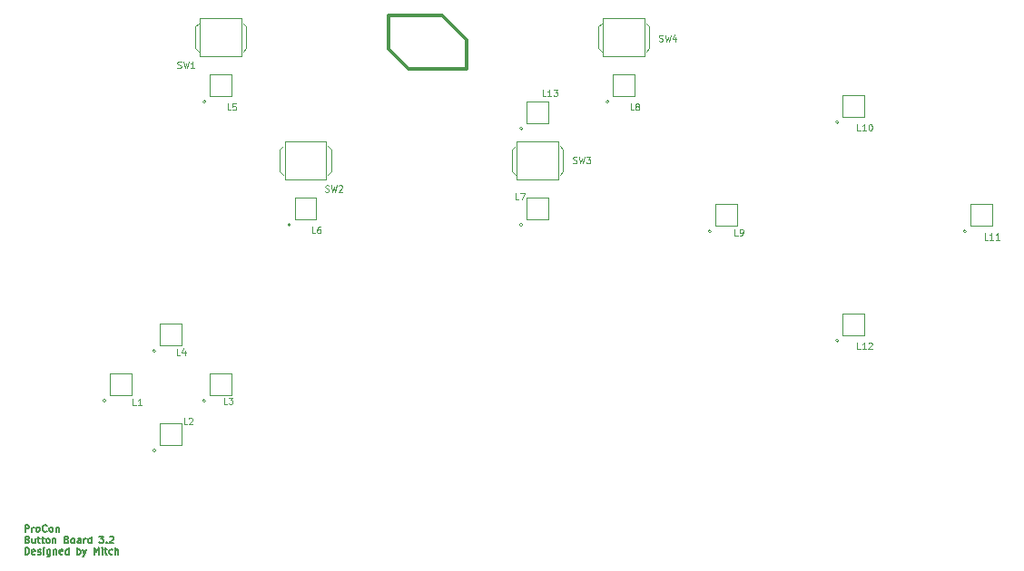
<source format=gbr>
G04 #@! TF.GenerationSoftware,KiCad,Pcbnew,8.0.2*
G04 #@! TF.CreationDate,2024-09-01T00:41:49-07:00*
G04 #@! TF.ProjectId,procon_button_board,70726f63-6f6e-45f6-9275-74746f6e5f62,rev?*
G04 #@! TF.SameCoordinates,Original*
G04 #@! TF.FileFunction,Legend,Top*
G04 #@! TF.FilePolarity,Positive*
%FSLAX46Y46*%
G04 Gerber Fmt 4.6, Leading zero omitted, Abs format (unit mm)*
G04 Created by KiCad (PCBNEW 8.0.2) date 2024-09-01 00:41:49*
%MOMM*%
%LPD*%
G01*
G04 APERTURE LIST*
%ADD10C,0.150000*%
%ADD11C,0.100000*%
%ADD12C,0.120000*%
%ADD13C,0.350000*%
G04 APERTURE END LIST*
D10*
X105917445Y-164189724D02*
X105917445Y-163539724D01*
X105917445Y-163539724D02*
X106165064Y-163539724D01*
X106165064Y-163539724D02*
X106226969Y-163570676D01*
X106226969Y-163570676D02*
X106257922Y-163601629D01*
X106257922Y-163601629D02*
X106288874Y-163663533D01*
X106288874Y-163663533D02*
X106288874Y-163756391D01*
X106288874Y-163756391D02*
X106257922Y-163818295D01*
X106257922Y-163818295D02*
X106226969Y-163849248D01*
X106226969Y-163849248D02*
X106165064Y-163880200D01*
X106165064Y-163880200D02*
X105917445Y-163880200D01*
X106567445Y-164189724D02*
X106567445Y-163756391D01*
X106567445Y-163880200D02*
X106598398Y-163818295D01*
X106598398Y-163818295D02*
X106629350Y-163787343D01*
X106629350Y-163787343D02*
X106691255Y-163756391D01*
X106691255Y-163756391D02*
X106753160Y-163756391D01*
X107062684Y-164189724D02*
X107000779Y-164158772D01*
X107000779Y-164158772D02*
X106969826Y-164127819D01*
X106969826Y-164127819D02*
X106938874Y-164065914D01*
X106938874Y-164065914D02*
X106938874Y-163880200D01*
X106938874Y-163880200D02*
X106969826Y-163818295D01*
X106969826Y-163818295D02*
X107000779Y-163787343D01*
X107000779Y-163787343D02*
X107062684Y-163756391D01*
X107062684Y-163756391D02*
X107155541Y-163756391D01*
X107155541Y-163756391D02*
X107217445Y-163787343D01*
X107217445Y-163787343D02*
X107248398Y-163818295D01*
X107248398Y-163818295D02*
X107279350Y-163880200D01*
X107279350Y-163880200D02*
X107279350Y-164065914D01*
X107279350Y-164065914D02*
X107248398Y-164127819D01*
X107248398Y-164127819D02*
X107217445Y-164158772D01*
X107217445Y-164158772D02*
X107155541Y-164189724D01*
X107155541Y-164189724D02*
X107062684Y-164189724D01*
X107929350Y-164127819D02*
X107898398Y-164158772D01*
X107898398Y-164158772D02*
X107805540Y-164189724D01*
X107805540Y-164189724D02*
X107743636Y-164189724D01*
X107743636Y-164189724D02*
X107650779Y-164158772D01*
X107650779Y-164158772D02*
X107588874Y-164096867D01*
X107588874Y-164096867D02*
X107557921Y-164034962D01*
X107557921Y-164034962D02*
X107526969Y-163911152D01*
X107526969Y-163911152D02*
X107526969Y-163818295D01*
X107526969Y-163818295D02*
X107557921Y-163694486D01*
X107557921Y-163694486D02*
X107588874Y-163632581D01*
X107588874Y-163632581D02*
X107650779Y-163570676D01*
X107650779Y-163570676D02*
X107743636Y-163539724D01*
X107743636Y-163539724D02*
X107805540Y-163539724D01*
X107805540Y-163539724D02*
X107898398Y-163570676D01*
X107898398Y-163570676D02*
X107929350Y-163601629D01*
X108300779Y-164189724D02*
X108238874Y-164158772D01*
X108238874Y-164158772D02*
X108207921Y-164127819D01*
X108207921Y-164127819D02*
X108176969Y-164065914D01*
X108176969Y-164065914D02*
X108176969Y-163880200D01*
X108176969Y-163880200D02*
X108207921Y-163818295D01*
X108207921Y-163818295D02*
X108238874Y-163787343D01*
X108238874Y-163787343D02*
X108300779Y-163756391D01*
X108300779Y-163756391D02*
X108393636Y-163756391D01*
X108393636Y-163756391D02*
X108455540Y-163787343D01*
X108455540Y-163787343D02*
X108486493Y-163818295D01*
X108486493Y-163818295D02*
X108517445Y-163880200D01*
X108517445Y-163880200D02*
X108517445Y-164065914D01*
X108517445Y-164065914D02*
X108486493Y-164127819D01*
X108486493Y-164127819D02*
X108455540Y-164158772D01*
X108455540Y-164158772D02*
X108393636Y-164189724D01*
X108393636Y-164189724D02*
X108300779Y-164189724D01*
X108796016Y-163756391D02*
X108796016Y-164189724D01*
X108796016Y-163818295D02*
X108826969Y-163787343D01*
X108826969Y-163787343D02*
X108888874Y-163756391D01*
X108888874Y-163756391D02*
X108981731Y-163756391D01*
X108981731Y-163756391D02*
X109043635Y-163787343D01*
X109043635Y-163787343D02*
X109074588Y-163849248D01*
X109074588Y-163849248D02*
X109074588Y-164189724D01*
X106134112Y-164895712D02*
X106226969Y-164926664D01*
X106226969Y-164926664D02*
X106257922Y-164957616D01*
X106257922Y-164957616D02*
X106288874Y-165019521D01*
X106288874Y-165019521D02*
X106288874Y-165112378D01*
X106288874Y-165112378D02*
X106257922Y-165174283D01*
X106257922Y-165174283D02*
X106226969Y-165205236D01*
X106226969Y-165205236D02*
X106165064Y-165236188D01*
X106165064Y-165236188D02*
X105917445Y-165236188D01*
X105917445Y-165236188D02*
X105917445Y-164586188D01*
X105917445Y-164586188D02*
X106134112Y-164586188D01*
X106134112Y-164586188D02*
X106196017Y-164617140D01*
X106196017Y-164617140D02*
X106226969Y-164648093D01*
X106226969Y-164648093D02*
X106257922Y-164709997D01*
X106257922Y-164709997D02*
X106257922Y-164771902D01*
X106257922Y-164771902D02*
X106226969Y-164833807D01*
X106226969Y-164833807D02*
X106196017Y-164864759D01*
X106196017Y-164864759D02*
X106134112Y-164895712D01*
X106134112Y-164895712D02*
X105917445Y-164895712D01*
X106846017Y-164802855D02*
X106846017Y-165236188D01*
X106567445Y-164802855D02*
X106567445Y-165143331D01*
X106567445Y-165143331D02*
X106598398Y-165205236D01*
X106598398Y-165205236D02*
X106660303Y-165236188D01*
X106660303Y-165236188D02*
X106753160Y-165236188D01*
X106753160Y-165236188D02*
X106815064Y-165205236D01*
X106815064Y-165205236D02*
X106846017Y-165174283D01*
X107062683Y-164802855D02*
X107310302Y-164802855D01*
X107155540Y-164586188D02*
X107155540Y-165143331D01*
X107155540Y-165143331D02*
X107186493Y-165205236D01*
X107186493Y-165205236D02*
X107248398Y-165236188D01*
X107248398Y-165236188D02*
X107310302Y-165236188D01*
X107434112Y-164802855D02*
X107681731Y-164802855D01*
X107526969Y-164586188D02*
X107526969Y-165143331D01*
X107526969Y-165143331D02*
X107557922Y-165205236D01*
X107557922Y-165205236D02*
X107619827Y-165236188D01*
X107619827Y-165236188D02*
X107681731Y-165236188D01*
X107991256Y-165236188D02*
X107929351Y-165205236D01*
X107929351Y-165205236D02*
X107898398Y-165174283D01*
X107898398Y-165174283D02*
X107867446Y-165112378D01*
X107867446Y-165112378D02*
X107867446Y-164926664D01*
X107867446Y-164926664D02*
X107898398Y-164864759D01*
X107898398Y-164864759D02*
X107929351Y-164833807D01*
X107929351Y-164833807D02*
X107991256Y-164802855D01*
X107991256Y-164802855D02*
X108084113Y-164802855D01*
X108084113Y-164802855D02*
X108146017Y-164833807D01*
X108146017Y-164833807D02*
X108176970Y-164864759D01*
X108176970Y-164864759D02*
X108207922Y-164926664D01*
X108207922Y-164926664D02*
X108207922Y-165112378D01*
X108207922Y-165112378D02*
X108176970Y-165174283D01*
X108176970Y-165174283D02*
X108146017Y-165205236D01*
X108146017Y-165205236D02*
X108084113Y-165236188D01*
X108084113Y-165236188D02*
X107991256Y-165236188D01*
X108486493Y-164802855D02*
X108486493Y-165236188D01*
X108486493Y-164864759D02*
X108517446Y-164833807D01*
X108517446Y-164833807D02*
X108579351Y-164802855D01*
X108579351Y-164802855D02*
X108672208Y-164802855D01*
X108672208Y-164802855D02*
X108734112Y-164833807D01*
X108734112Y-164833807D02*
X108765065Y-164895712D01*
X108765065Y-164895712D02*
X108765065Y-165236188D01*
X109786493Y-164895712D02*
X109879350Y-164926664D01*
X109879350Y-164926664D02*
X109910303Y-164957616D01*
X109910303Y-164957616D02*
X109941255Y-165019521D01*
X109941255Y-165019521D02*
X109941255Y-165112378D01*
X109941255Y-165112378D02*
X109910303Y-165174283D01*
X109910303Y-165174283D02*
X109879350Y-165205236D01*
X109879350Y-165205236D02*
X109817445Y-165236188D01*
X109817445Y-165236188D02*
X109569826Y-165236188D01*
X109569826Y-165236188D02*
X109569826Y-164586188D01*
X109569826Y-164586188D02*
X109786493Y-164586188D01*
X109786493Y-164586188D02*
X109848398Y-164617140D01*
X109848398Y-164617140D02*
X109879350Y-164648093D01*
X109879350Y-164648093D02*
X109910303Y-164709997D01*
X109910303Y-164709997D02*
X109910303Y-164771902D01*
X109910303Y-164771902D02*
X109879350Y-164833807D01*
X109879350Y-164833807D02*
X109848398Y-164864759D01*
X109848398Y-164864759D02*
X109786493Y-164895712D01*
X109786493Y-164895712D02*
X109569826Y-164895712D01*
X110312684Y-165236188D02*
X110250779Y-165205236D01*
X110250779Y-165205236D02*
X110219826Y-165174283D01*
X110219826Y-165174283D02*
X110188874Y-165112378D01*
X110188874Y-165112378D02*
X110188874Y-164926664D01*
X110188874Y-164926664D02*
X110219826Y-164864759D01*
X110219826Y-164864759D02*
X110250779Y-164833807D01*
X110250779Y-164833807D02*
X110312684Y-164802855D01*
X110312684Y-164802855D02*
X110405541Y-164802855D01*
X110405541Y-164802855D02*
X110467445Y-164833807D01*
X110467445Y-164833807D02*
X110498398Y-164864759D01*
X110498398Y-164864759D02*
X110529350Y-164926664D01*
X110529350Y-164926664D02*
X110529350Y-165112378D01*
X110529350Y-165112378D02*
X110498398Y-165174283D01*
X110498398Y-165174283D02*
X110467445Y-165205236D01*
X110467445Y-165205236D02*
X110405541Y-165236188D01*
X110405541Y-165236188D02*
X110312684Y-165236188D01*
X111086493Y-165236188D02*
X111086493Y-164895712D01*
X111086493Y-164895712D02*
X111055540Y-164833807D01*
X111055540Y-164833807D02*
X110993636Y-164802855D01*
X110993636Y-164802855D02*
X110869826Y-164802855D01*
X110869826Y-164802855D02*
X110807921Y-164833807D01*
X111086493Y-165205236D02*
X111024588Y-165236188D01*
X111024588Y-165236188D02*
X110869826Y-165236188D01*
X110869826Y-165236188D02*
X110807921Y-165205236D01*
X110807921Y-165205236D02*
X110776969Y-165143331D01*
X110776969Y-165143331D02*
X110776969Y-165081426D01*
X110776969Y-165081426D02*
X110807921Y-165019521D01*
X110807921Y-165019521D02*
X110869826Y-164988569D01*
X110869826Y-164988569D02*
X111024588Y-164988569D01*
X111024588Y-164988569D02*
X111086493Y-164957616D01*
X111396016Y-165236188D02*
X111396016Y-164802855D01*
X111396016Y-164926664D02*
X111426969Y-164864759D01*
X111426969Y-164864759D02*
X111457921Y-164833807D01*
X111457921Y-164833807D02*
X111519826Y-164802855D01*
X111519826Y-164802855D02*
X111581731Y-164802855D01*
X112076969Y-165236188D02*
X112076969Y-164586188D01*
X112076969Y-165205236D02*
X112015064Y-165236188D01*
X112015064Y-165236188D02*
X111891255Y-165236188D01*
X111891255Y-165236188D02*
X111829350Y-165205236D01*
X111829350Y-165205236D02*
X111798397Y-165174283D01*
X111798397Y-165174283D02*
X111767445Y-165112378D01*
X111767445Y-165112378D02*
X111767445Y-164926664D01*
X111767445Y-164926664D02*
X111798397Y-164864759D01*
X111798397Y-164864759D02*
X111829350Y-164833807D01*
X111829350Y-164833807D02*
X111891255Y-164802855D01*
X111891255Y-164802855D02*
X112015064Y-164802855D01*
X112015064Y-164802855D02*
X112076969Y-164833807D01*
X112819826Y-164586188D02*
X113222207Y-164586188D01*
X113222207Y-164586188D02*
X113005540Y-164833807D01*
X113005540Y-164833807D02*
X113098397Y-164833807D01*
X113098397Y-164833807D02*
X113160302Y-164864759D01*
X113160302Y-164864759D02*
X113191254Y-164895712D01*
X113191254Y-164895712D02*
X113222207Y-164957616D01*
X113222207Y-164957616D02*
X113222207Y-165112378D01*
X113222207Y-165112378D02*
X113191254Y-165174283D01*
X113191254Y-165174283D02*
X113160302Y-165205236D01*
X113160302Y-165205236D02*
X113098397Y-165236188D01*
X113098397Y-165236188D02*
X112912683Y-165236188D01*
X112912683Y-165236188D02*
X112850778Y-165205236D01*
X112850778Y-165205236D02*
X112819826Y-165174283D01*
X113500778Y-165174283D02*
X113531731Y-165205236D01*
X113531731Y-165205236D02*
X113500778Y-165236188D01*
X113500778Y-165236188D02*
X113469826Y-165205236D01*
X113469826Y-165205236D02*
X113500778Y-165174283D01*
X113500778Y-165174283D02*
X113500778Y-165236188D01*
X113779350Y-164648093D02*
X113810302Y-164617140D01*
X113810302Y-164617140D02*
X113872207Y-164586188D01*
X113872207Y-164586188D02*
X114026969Y-164586188D01*
X114026969Y-164586188D02*
X114088874Y-164617140D01*
X114088874Y-164617140D02*
X114119826Y-164648093D01*
X114119826Y-164648093D02*
X114150779Y-164709997D01*
X114150779Y-164709997D02*
X114150779Y-164771902D01*
X114150779Y-164771902D02*
X114119826Y-164864759D01*
X114119826Y-164864759D02*
X113748398Y-165236188D01*
X113748398Y-165236188D02*
X114150779Y-165236188D01*
X105917445Y-166282652D02*
X105917445Y-165632652D01*
X105917445Y-165632652D02*
X106072207Y-165632652D01*
X106072207Y-165632652D02*
X106165064Y-165663604D01*
X106165064Y-165663604D02*
X106226969Y-165725509D01*
X106226969Y-165725509D02*
X106257922Y-165787414D01*
X106257922Y-165787414D02*
X106288874Y-165911223D01*
X106288874Y-165911223D02*
X106288874Y-166004080D01*
X106288874Y-166004080D02*
X106257922Y-166127890D01*
X106257922Y-166127890D02*
X106226969Y-166189795D01*
X106226969Y-166189795D02*
X106165064Y-166251700D01*
X106165064Y-166251700D02*
X106072207Y-166282652D01*
X106072207Y-166282652D02*
X105917445Y-166282652D01*
X106815064Y-166251700D02*
X106753160Y-166282652D01*
X106753160Y-166282652D02*
X106629350Y-166282652D01*
X106629350Y-166282652D02*
X106567445Y-166251700D01*
X106567445Y-166251700D02*
X106536493Y-166189795D01*
X106536493Y-166189795D02*
X106536493Y-165942176D01*
X106536493Y-165942176D02*
X106567445Y-165880271D01*
X106567445Y-165880271D02*
X106629350Y-165849319D01*
X106629350Y-165849319D02*
X106753160Y-165849319D01*
X106753160Y-165849319D02*
X106815064Y-165880271D01*
X106815064Y-165880271D02*
X106846017Y-165942176D01*
X106846017Y-165942176D02*
X106846017Y-166004080D01*
X106846017Y-166004080D02*
X106536493Y-166065985D01*
X107093636Y-166251700D02*
X107155541Y-166282652D01*
X107155541Y-166282652D02*
X107279350Y-166282652D01*
X107279350Y-166282652D02*
X107341255Y-166251700D01*
X107341255Y-166251700D02*
X107372207Y-166189795D01*
X107372207Y-166189795D02*
X107372207Y-166158842D01*
X107372207Y-166158842D02*
X107341255Y-166096938D01*
X107341255Y-166096938D02*
X107279350Y-166065985D01*
X107279350Y-166065985D02*
X107186493Y-166065985D01*
X107186493Y-166065985D02*
X107124588Y-166035033D01*
X107124588Y-166035033D02*
X107093636Y-165973128D01*
X107093636Y-165973128D02*
X107093636Y-165942176D01*
X107093636Y-165942176D02*
X107124588Y-165880271D01*
X107124588Y-165880271D02*
X107186493Y-165849319D01*
X107186493Y-165849319D02*
X107279350Y-165849319D01*
X107279350Y-165849319D02*
X107341255Y-165880271D01*
X107650778Y-166282652D02*
X107650778Y-165849319D01*
X107650778Y-165632652D02*
X107619826Y-165663604D01*
X107619826Y-165663604D02*
X107650778Y-165694557D01*
X107650778Y-165694557D02*
X107681731Y-165663604D01*
X107681731Y-165663604D02*
X107650778Y-165632652D01*
X107650778Y-165632652D02*
X107650778Y-165694557D01*
X108238874Y-165849319D02*
X108238874Y-166375509D01*
X108238874Y-166375509D02*
X108207921Y-166437414D01*
X108207921Y-166437414D02*
X108176969Y-166468366D01*
X108176969Y-166468366D02*
X108115064Y-166499319D01*
X108115064Y-166499319D02*
X108022207Y-166499319D01*
X108022207Y-166499319D02*
X107960302Y-166468366D01*
X108238874Y-166251700D02*
X108176969Y-166282652D01*
X108176969Y-166282652D02*
X108053160Y-166282652D01*
X108053160Y-166282652D02*
X107991255Y-166251700D01*
X107991255Y-166251700D02*
X107960302Y-166220747D01*
X107960302Y-166220747D02*
X107929350Y-166158842D01*
X107929350Y-166158842D02*
X107929350Y-165973128D01*
X107929350Y-165973128D02*
X107960302Y-165911223D01*
X107960302Y-165911223D02*
X107991255Y-165880271D01*
X107991255Y-165880271D02*
X108053160Y-165849319D01*
X108053160Y-165849319D02*
X108176969Y-165849319D01*
X108176969Y-165849319D02*
X108238874Y-165880271D01*
X108548397Y-165849319D02*
X108548397Y-166282652D01*
X108548397Y-165911223D02*
X108579350Y-165880271D01*
X108579350Y-165880271D02*
X108641255Y-165849319D01*
X108641255Y-165849319D02*
X108734112Y-165849319D01*
X108734112Y-165849319D02*
X108796016Y-165880271D01*
X108796016Y-165880271D02*
X108826969Y-165942176D01*
X108826969Y-165942176D02*
X108826969Y-166282652D01*
X109384111Y-166251700D02*
X109322207Y-166282652D01*
X109322207Y-166282652D02*
X109198397Y-166282652D01*
X109198397Y-166282652D02*
X109136492Y-166251700D01*
X109136492Y-166251700D02*
X109105540Y-166189795D01*
X109105540Y-166189795D02*
X109105540Y-165942176D01*
X109105540Y-165942176D02*
X109136492Y-165880271D01*
X109136492Y-165880271D02*
X109198397Y-165849319D01*
X109198397Y-165849319D02*
X109322207Y-165849319D01*
X109322207Y-165849319D02*
X109384111Y-165880271D01*
X109384111Y-165880271D02*
X109415064Y-165942176D01*
X109415064Y-165942176D02*
X109415064Y-166004080D01*
X109415064Y-166004080D02*
X109105540Y-166065985D01*
X109972207Y-166282652D02*
X109972207Y-165632652D01*
X109972207Y-166251700D02*
X109910302Y-166282652D01*
X109910302Y-166282652D02*
X109786493Y-166282652D01*
X109786493Y-166282652D02*
X109724588Y-166251700D01*
X109724588Y-166251700D02*
X109693635Y-166220747D01*
X109693635Y-166220747D02*
X109662683Y-166158842D01*
X109662683Y-166158842D02*
X109662683Y-165973128D01*
X109662683Y-165973128D02*
X109693635Y-165911223D01*
X109693635Y-165911223D02*
X109724588Y-165880271D01*
X109724588Y-165880271D02*
X109786493Y-165849319D01*
X109786493Y-165849319D02*
X109910302Y-165849319D01*
X109910302Y-165849319D02*
X109972207Y-165880271D01*
X110776968Y-166282652D02*
X110776968Y-165632652D01*
X110776968Y-165880271D02*
X110838873Y-165849319D01*
X110838873Y-165849319D02*
X110962683Y-165849319D01*
X110962683Y-165849319D02*
X111024587Y-165880271D01*
X111024587Y-165880271D02*
X111055540Y-165911223D01*
X111055540Y-165911223D02*
X111086492Y-165973128D01*
X111086492Y-165973128D02*
X111086492Y-166158842D01*
X111086492Y-166158842D02*
X111055540Y-166220747D01*
X111055540Y-166220747D02*
X111024587Y-166251700D01*
X111024587Y-166251700D02*
X110962683Y-166282652D01*
X110962683Y-166282652D02*
X110838873Y-166282652D01*
X110838873Y-166282652D02*
X110776968Y-166251700D01*
X111303159Y-165849319D02*
X111457921Y-166282652D01*
X111612682Y-165849319D02*
X111457921Y-166282652D01*
X111457921Y-166282652D02*
X111396016Y-166437414D01*
X111396016Y-166437414D02*
X111365063Y-166468366D01*
X111365063Y-166468366D02*
X111303159Y-166499319D01*
X112355539Y-166282652D02*
X112355539Y-165632652D01*
X112355539Y-165632652D02*
X112572206Y-166096938D01*
X112572206Y-166096938D02*
X112788873Y-165632652D01*
X112788873Y-165632652D02*
X112788873Y-166282652D01*
X113098396Y-166282652D02*
X113098396Y-165849319D01*
X113098396Y-165632652D02*
X113067444Y-165663604D01*
X113067444Y-165663604D02*
X113098396Y-165694557D01*
X113098396Y-165694557D02*
X113129349Y-165663604D01*
X113129349Y-165663604D02*
X113098396Y-165632652D01*
X113098396Y-165632652D02*
X113098396Y-165694557D01*
X113315063Y-165849319D02*
X113562682Y-165849319D01*
X113407920Y-165632652D02*
X113407920Y-166189795D01*
X113407920Y-166189795D02*
X113438873Y-166251700D01*
X113438873Y-166251700D02*
X113500778Y-166282652D01*
X113500778Y-166282652D02*
X113562682Y-166282652D01*
X114057921Y-166251700D02*
X113996016Y-166282652D01*
X113996016Y-166282652D02*
X113872207Y-166282652D01*
X113872207Y-166282652D02*
X113810302Y-166251700D01*
X113810302Y-166251700D02*
X113779349Y-166220747D01*
X113779349Y-166220747D02*
X113748397Y-166158842D01*
X113748397Y-166158842D02*
X113748397Y-165973128D01*
X113748397Y-165973128D02*
X113779349Y-165911223D01*
X113779349Y-165911223D02*
X113810302Y-165880271D01*
X113810302Y-165880271D02*
X113872207Y-165849319D01*
X113872207Y-165849319D02*
X113996016Y-165849319D01*
X113996016Y-165849319D02*
X114057921Y-165880271D01*
X114336492Y-166282652D02*
X114336492Y-165632652D01*
X114615064Y-166282652D02*
X114615064Y-165942176D01*
X114615064Y-165942176D02*
X114584111Y-165880271D01*
X114584111Y-165880271D02*
X114522207Y-165849319D01*
X114522207Y-165849319D02*
X114429350Y-165849319D01*
X114429350Y-165849319D02*
X114367445Y-165880271D01*
X114367445Y-165880271D02*
X114336492Y-165911223D01*
D11*
X165043999Y-118337800D02*
X165129714Y-118366371D01*
X165129714Y-118366371D02*
X165272571Y-118366371D01*
X165272571Y-118366371D02*
X165329714Y-118337800D01*
X165329714Y-118337800D02*
X165358285Y-118309228D01*
X165358285Y-118309228D02*
X165386856Y-118252085D01*
X165386856Y-118252085D02*
X165386856Y-118194942D01*
X165386856Y-118194942D02*
X165358285Y-118137800D01*
X165358285Y-118137800D02*
X165329714Y-118109228D01*
X165329714Y-118109228D02*
X165272571Y-118080657D01*
X165272571Y-118080657D02*
X165158285Y-118052085D01*
X165158285Y-118052085D02*
X165101142Y-118023514D01*
X165101142Y-118023514D02*
X165072571Y-117994942D01*
X165072571Y-117994942D02*
X165043999Y-117937800D01*
X165043999Y-117937800D02*
X165043999Y-117880657D01*
X165043999Y-117880657D02*
X165072571Y-117823514D01*
X165072571Y-117823514D02*
X165101142Y-117794942D01*
X165101142Y-117794942D02*
X165158285Y-117766371D01*
X165158285Y-117766371D02*
X165301142Y-117766371D01*
X165301142Y-117766371D02*
X165386856Y-117794942D01*
X165586857Y-117766371D02*
X165729714Y-118366371D01*
X165729714Y-118366371D02*
X165844000Y-117937800D01*
X165844000Y-117937800D02*
X165958285Y-118366371D01*
X165958285Y-118366371D02*
X166101143Y-117766371D01*
X166586857Y-117966371D02*
X166586857Y-118366371D01*
X166443999Y-117737800D02*
X166301142Y-118166371D01*
X166301142Y-118166371D02*
X166672571Y-118166371D01*
X133893999Y-132387800D02*
X133979714Y-132416371D01*
X133979714Y-132416371D02*
X134122571Y-132416371D01*
X134122571Y-132416371D02*
X134179714Y-132387800D01*
X134179714Y-132387800D02*
X134208285Y-132359228D01*
X134208285Y-132359228D02*
X134236856Y-132302085D01*
X134236856Y-132302085D02*
X134236856Y-132244942D01*
X134236856Y-132244942D02*
X134208285Y-132187800D01*
X134208285Y-132187800D02*
X134179714Y-132159228D01*
X134179714Y-132159228D02*
X134122571Y-132130657D01*
X134122571Y-132130657D02*
X134008285Y-132102085D01*
X134008285Y-132102085D02*
X133951142Y-132073514D01*
X133951142Y-132073514D02*
X133922571Y-132044942D01*
X133922571Y-132044942D02*
X133893999Y-131987800D01*
X133893999Y-131987800D02*
X133893999Y-131930657D01*
X133893999Y-131930657D02*
X133922571Y-131873514D01*
X133922571Y-131873514D02*
X133951142Y-131844942D01*
X133951142Y-131844942D02*
X134008285Y-131816371D01*
X134008285Y-131816371D02*
X134151142Y-131816371D01*
X134151142Y-131816371D02*
X134236856Y-131844942D01*
X134436857Y-131816371D02*
X134579714Y-132416371D01*
X134579714Y-132416371D02*
X134694000Y-131987800D01*
X134694000Y-131987800D02*
X134808285Y-132416371D01*
X134808285Y-132416371D02*
X134951143Y-131816371D01*
X135151142Y-131873514D02*
X135179714Y-131844942D01*
X135179714Y-131844942D02*
X135236857Y-131816371D01*
X135236857Y-131816371D02*
X135379714Y-131816371D01*
X135379714Y-131816371D02*
X135436857Y-131844942D01*
X135436857Y-131844942D02*
X135465428Y-131873514D01*
X135465428Y-131873514D02*
X135493999Y-131930657D01*
X135493999Y-131930657D02*
X135493999Y-131987800D01*
X135493999Y-131987800D02*
X135465428Y-132073514D01*
X135465428Y-132073514D02*
X135122571Y-132416371D01*
X135122571Y-132416371D02*
X135493999Y-132416371D01*
X154478085Y-123487771D02*
X154192371Y-123487771D01*
X154192371Y-123487771D02*
X154192371Y-122887771D01*
X154992370Y-123487771D02*
X154649513Y-123487771D01*
X154820942Y-123487771D02*
X154820942Y-122887771D01*
X154820942Y-122887771D02*
X154763799Y-122973485D01*
X154763799Y-122973485D02*
X154706656Y-123030628D01*
X154706656Y-123030628D02*
X154649513Y-123059200D01*
X155192371Y-122887771D02*
X155563799Y-122887771D01*
X155563799Y-122887771D02*
X155363799Y-123116342D01*
X155363799Y-123116342D02*
X155449514Y-123116342D01*
X155449514Y-123116342D02*
X155506657Y-123144914D01*
X155506657Y-123144914D02*
X155535228Y-123173485D01*
X155535228Y-123173485D02*
X155563799Y-123230628D01*
X155563799Y-123230628D02*
X155563799Y-123373485D01*
X155563799Y-123373485D02*
X155535228Y-123430628D01*
X155535228Y-123430628D02*
X155506657Y-123459200D01*
X155506657Y-123459200D02*
X155449514Y-123487771D01*
X155449514Y-123487771D02*
X155278085Y-123487771D01*
X155278085Y-123487771D02*
X155220942Y-123459200D01*
X155220942Y-123459200D02*
X155192371Y-123430628D01*
X132964000Y-136290371D02*
X132678286Y-136290371D01*
X132678286Y-136290371D02*
X132678286Y-135690371D01*
X133421143Y-135690371D02*
X133306857Y-135690371D01*
X133306857Y-135690371D02*
X133249714Y-135718942D01*
X133249714Y-135718942D02*
X133221143Y-135747514D01*
X133221143Y-135747514D02*
X133164000Y-135833228D01*
X133164000Y-135833228D02*
X133135428Y-135947514D01*
X133135428Y-135947514D02*
X133135428Y-136176085D01*
X133135428Y-136176085D02*
X133164000Y-136233228D01*
X133164000Y-136233228D02*
X133192571Y-136261800D01*
X133192571Y-136261800D02*
X133249714Y-136290371D01*
X133249714Y-136290371D02*
X133364000Y-136290371D01*
X133364000Y-136290371D02*
X133421143Y-136261800D01*
X133421143Y-136261800D02*
X133449714Y-136233228D01*
X133449714Y-136233228D02*
X133478285Y-136176085D01*
X133478285Y-136176085D02*
X133478285Y-136033228D01*
X133478285Y-136033228D02*
X133449714Y-135976085D01*
X133449714Y-135976085D02*
X133421143Y-135947514D01*
X133421143Y-135947514D02*
X133364000Y-135918942D01*
X133364000Y-135918942D02*
X133249714Y-135918942D01*
X133249714Y-135918942D02*
X133192571Y-135947514D01*
X133192571Y-135947514D02*
X133164000Y-135976085D01*
X133164000Y-135976085D02*
X133135428Y-136033228D01*
X120118999Y-120837800D02*
X120204714Y-120866371D01*
X120204714Y-120866371D02*
X120347571Y-120866371D01*
X120347571Y-120866371D02*
X120404714Y-120837800D01*
X120404714Y-120837800D02*
X120433285Y-120809228D01*
X120433285Y-120809228D02*
X120461856Y-120752085D01*
X120461856Y-120752085D02*
X120461856Y-120694942D01*
X120461856Y-120694942D02*
X120433285Y-120637800D01*
X120433285Y-120637800D02*
X120404714Y-120609228D01*
X120404714Y-120609228D02*
X120347571Y-120580657D01*
X120347571Y-120580657D02*
X120233285Y-120552085D01*
X120233285Y-120552085D02*
X120176142Y-120523514D01*
X120176142Y-120523514D02*
X120147571Y-120494942D01*
X120147571Y-120494942D02*
X120118999Y-120437800D01*
X120118999Y-120437800D02*
X120118999Y-120380657D01*
X120118999Y-120380657D02*
X120147571Y-120323514D01*
X120147571Y-120323514D02*
X120176142Y-120294942D01*
X120176142Y-120294942D02*
X120233285Y-120266371D01*
X120233285Y-120266371D02*
X120376142Y-120266371D01*
X120376142Y-120266371D02*
X120461856Y-120294942D01*
X120661857Y-120266371D02*
X120804714Y-120866371D01*
X120804714Y-120866371D02*
X120919000Y-120437800D01*
X120919000Y-120437800D02*
X121033285Y-120866371D01*
X121033285Y-120866371D02*
X121176143Y-120266371D01*
X121718999Y-120866371D02*
X121376142Y-120866371D01*
X121547571Y-120866371D02*
X121547571Y-120266371D01*
X121547571Y-120266371D02*
X121490428Y-120352085D01*
X121490428Y-120352085D02*
X121433285Y-120409228D01*
X121433285Y-120409228D02*
X121376142Y-120437800D01*
X120346800Y-147668571D02*
X120061086Y-147668571D01*
X120061086Y-147668571D02*
X120061086Y-147068571D01*
X120803943Y-147268571D02*
X120803943Y-147668571D01*
X120661085Y-147040000D02*
X120518228Y-147468571D01*
X120518228Y-147468571D02*
X120889657Y-147468571D01*
X121007200Y-154145571D02*
X120721486Y-154145571D01*
X120721486Y-154145571D02*
X120721486Y-153545571D01*
X121178628Y-153602714D02*
X121207200Y-153574142D01*
X121207200Y-153574142D02*
X121264343Y-153545571D01*
X121264343Y-153545571D02*
X121407200Y-153545571D01*
X121407200Y-153545571D02*
X121464343Y-153574142D01*
X121464343Y-153574142D02*
X121492914Y-153602714D01*
X121492914Y-153602714D02*
X121521485Y-153659857D01*
X121521485Y-153659857D02*
X121521485Y-153717000D01*
X121521485Y-153717000D02*
X121492914Y-153802714D01*
X121492914Y-153802714D02*
X121150057Y-154145571D01*
X121150057Y-154145571D02*
X121521485Y-154145571D01*
X183808285Y-147100371D02*
X183522571Y-147100371D01*
X183522571Y-147100371D02*
X183522571Y-146500371D01*
X184322570Y-147100371D02*
X183979713Y-147100371D01*
X184151142Y-147100371D02*
X184151142Y-146500371D01*
X184151142Y-146500371D02*
X184093999Y-146586085D01*
X184093999Y-146586085D02*
X184036856Y-146643228D01*
X184036856Y-146643228D02*
X183979713Y-146671800D01*
X184551142Y-146557514D02*
X184579714Y-146528942D01*
X184579714Y-146528942D02*
X184636857Y-146500371D01*
X184636857Y-146500371D02*
X184779714Y-146500371D01*
X184779714Y-146500371D02*
X184836857Y-146528942D01*
X184836857Y-146528942D02*
X184865428Y-146557514D01*
X184865428Y-146557514D02*
X184893999Y-146614657D01*
X184893999Y-146614657D02*
X184893999Y-146671800D01*
X184893999Y-146671800D02*
X184865428Y-146757514D01*
X184865428Y-146757514D02*
X184522571Y-147100371D01*
X184522571Y-147100371D02*
X184893999Y-147100371D01*
X125064000Y-124790371D02*
X124778286Y-124790371D01*
X124778286Y-124790371D02*
X124778286Y-124190371D01*
X125549714Y-124190371D02*
X125264000Y-124190371D01*
X125264000Y-124190371D02*
X125235428Y-124476085D01*
X125235428Y-124476085D02*
X125264000Y-124447514D01*
X125264000Y-124447514D02*
X125321143Y-124418942D01*
X125321143Y-124418942D02*
X125464000Y-124418942D01*
X125464000Y-124418942D02*
X125521143Y-124447514D01*
X125521143Y-124447514D02*
X125549714Y-124476085D01*
X125549714Y-124476085D02*
X125578285Y-124533228D01*
X125578285Y-124533228D02*
X125578285Y-124676085D01*
X125578285Y-124676085D02*
X125549714Y-124733228D01*
X125549714Y-124733228D02*
X125521143Y-124761800D01*
X125521143Y-124761800D02*
X125464000Y-124790371D01*
X125464000Y-124790371D02*
X125321143Y-124790371D01*
X125321143Y-124790371D02*
X125264000Y-124761800D01*
X125264000Y-124761800D02*
X125235428Y-124733228D01*
X172374000Y-136496371D02*
X172088286Y-136496371D01*
X172088286Y-136496371D02*
X172088286Y-135896371D01*
X172602571Y-136496371D02*
X172716857Y-136496371D01*
X172716857Y-136496371D02*
X172774000Y-136467800D01*
X172774000Y-136467800D02*
X172802571Y-136439228D01*
X172802571Y-136439228D02*
X172859714Y-136353514D01*
X172859714Y-136353514D02*
X172888285Y-136239228D01*
X172888285Y-136239228D02*
X172888285Y-136010657D01*
X172888285Y-136010657D02*
X172859714Y-135953514D01*
X172859714Y-135953514D02*
X172831143Y-135924942D01*
X172831143Y-135924942D02*
X172774000Y-135896371D01*
X172774000Y-135896371D02*
X172659714Y-135896371D01*
X172659714Y-135896371D02*
X172602571Y-135924942D01*
X172602571Y-135924942D02*
X172574000Y-135953514D01*
X172574000Y-135953514D02*
X172545428Y-136010657D01*
X172545428Y-136010657D02*
X172545428Y-136153514D01*
X172545428Y-136153514D02*
X172574000Y-136210657D01*
X172574000Y-136210657D02*
X172602571Y-136239228D01*
X172602571Y-136239228D02*
X172659714Y-136267800D01*
X172659714Y-136267800D02*
X172774000Y-136267800D01*
X172774000Y-136267800D02*
X172831143Y-136239228D01*
X172831143Y-136239228D02*
X172859714Y-136210657D01*
X172859714Y-136210657D02*
X172888285Y-136153514D01*
X116232000Y-152367571D02*
X115946286Y-152367571D01*
X115946286Y-152367571D02*
X115946286Y-151767571D01*
X116746285Y-152367571D02*
X116403428Y-152367571D01*
X116574857Y-152367571D02*
X116574857Y-151767571D01*
X116574857Y-151767571D02*
X116517714Y-151853285D01*
X116517714Y-151853285D02*
X116460571Y-151910428D01*
X116460571Y-151910428D02*
X116403428Y-151939000D01*
X124766400Y-152240571D02*
X124480686Y-152240571D01*
X124480686Y-152240571D02*
X124480686Y-151640571D01*
X124909257Y-151640571D02*
X125280685Y-151640571D01*
X125280685Y-151640571D02*
X125080685Y-151869142D01*
X125080685Y-151869142D02*
X125166400Y-151869142D01*
X125166400Y-151869142D02*
X125223543Y-151897714D01*
X125223543Y-151897714D02*
X125252114Y-151926285D01*
X125252114Y-151926285D02*
X125280685Y-151983428D01*
X125280685Y-151983428D02*
X125280685Y-152126285D01*
X125280685Y-152126285D02*
X125252114Y-152183428D01*
X125252114Y-152183428D02*
X125223543Y-152212000D01*
X125223543Y-152212000D02*
X125166400Y-152240571D01*
X125166400Y-152240571D02*
X124994971Y-152240571D01*
X124994971Y-152240571D02*
X124937828Y-152212000D01*
X124937828Y-152212000D02*
X124909257Y-152183428D01*
X195708285Y-136900371D02*
X195422571Y-136900371D01*
X195422571Y-136900371D02*
X195422571Y-136300371D01*
X196222570Y-136900371D02*
X195879713Y-136900371D01*
X196051142Y-136900371D02*
X196051142Y-136300371D01*
X196051142Y-136300371D02*
X195993999Y-136386085D01*
X195993999Y-136386085D02*
X195936856Y-136443228D01*
X195936856Y-136443228D02*
X195879713Y-136471800D01*
X196793999Y-136900371D02*
X196451142Y-136900371D01*
X196622571Y-136900371D02*
X196622571Y-136300371D01*
X196622571Y-136300371D02*
X196565428Y-136386085D01*
X196565428Y-136386085D02*
X196508285Y-136443228D01*
X196508285Y-136443228D02*
X196451142Y-136471800D01*
X151944400Y-133114371D02*
X151658686Y-133114371D01*
X151658686Y-133114371D02*
X151658686Y-132514371D01*
X152087257Y-132514371D02*
X152487257Y-132514371D01*
X152487257Y-132514371D02*
X152230114Y-133114371D01*
X183808285Y-126700371D02*
X183522571Y-126700371D01*
X183522571Y-126700371D02*
X183522571Y-126100371D01*
X184322570Y-126700371D02*
X183979713Y-126700371D01*
X184151142Y-126700371D02*
X184151142Y-126100371D01*
X184151142Y-126100371D02*
X184093999Y-126186085D01*
X184093999Y-126186085D02*
X184036856Y-126243228D01*
X184036856Y-126243228D02*
X183979713Y-126271800D01*
X184693999Y-126100371D02*
X184751142Y-126100371D01*
X184751142Y-126100371D02*
X184808285Y-126128942D01*
X184808285Y-126128942D02*
X184836857Y-126157514D01*
X184836857Y-126157514D02*
X184865428Y-126214657D01*
X184865428Y-126214657D02*
X184893999Y-126328942D01*
X184893999Y-126328942D02*
X184893999Y-126471800D01*
X184893999Y-126471800D02*
X184865428Y-126586085D01*
X184865428Y-126586085D02*
X184836857Y-126643228D01*
X184836857Y-126643228D02*
X184808285Y-126671800D01*
X184808285Y-126671800D02*
X184751142Y-126700371D01*
X184751142Y-126700371D02*
X184693999Y-126700371D01*
X184693999Y-126700371D02*
X184636857Y-126671800D01*
X184636857Y-126671800D02*
X184608285Y-126643228D01*
X184608285Y-126643228D02*
X184579714Y-126586085D01*
X184579714Y-126586085D02*
X184551142Y-126471800D01*
X184551142Y-126471800D02*
X184551142Y-126328942D01*
X184551142Y-126328942D02*
X184579714Y-126214657D01*
X184579714Y-126214657D02*
X184608285Y-126157514D01*
X184608285Y-126157514D02*
X184636857Y-126128942D01*
X184636857Y-126128942D02*
X184693999Y-126100371D01*
X157018999Y-129712800D02*
X157104714Y-129741371D01*
X157104714Y-129741371D02*
X157247571Y-129741371D01*
X157247571Y-129741371D02*
X157304714Y-129712800D01*
X157304714Y-129712800D02*
X157333285Y-129684228D01*
X157333285Y-129684228D02*
X157361856Y-129627085D01*
X157361856Y-129627085D02*
X157361856Y-129569942D01*
X157361856Y-129569942D02*
X157333285Y-129512800D01*
X157333285Y-129512800D02*
X157304714Y-129484228D01*
X157304714Y-129484228D02*
X157247571Y-129455657D01*
X157247571Y-129455657D02*
X157133285Y-129427085D01*
X157133285Y-129427085D02*
X157076142Y-129398514D01*
X157076142Y-129398514D02*
X157047571Y-129369942D01*
X157047571Y-129369942D02*
X157018999Y-129312800D01*
X157018999Y-129312800D02*
X157018999Y-129255657D01*
X157018999Y-129255657D02*
X157047571Y-129198514D01*
X157047571Y-129198514D02*
X157076142Y-129169942D01*
X157076142Y-129169942D02*
X157133285Y-129141371D01*
X157133285Y-129141371D02*
X157276142Y-129141371D01*
X157276142Y-129141371D02*
X157361856Y-129169942D01*
X157561857Y-129141371D02*
X157704714Y-129741371D01*
X157704714Y-129741371D02*
X157819000Y-129312800D01*
X157819000Y-129312800D02*
X157933285Y-129741371D01*
X157933285Y-129741371D02*
X158076143Y-129141371D01*
X158247571Y-129141371D02*
X158618999Y-129141371D01*
X158618999Y-129141371D02*
X158418999Y-129369942D01*
X158418999Y-129369942D02*
X158504714Y-129369942D01*
X158504714Y-129369942D02*
X158561857Y-129398514D01*
X158561857Y-129398514D02*
X158590428Y-129427085D01*
X158590428Y-129427085D02*
X158618999Y-129484228D01*
X158618999Y-129484228D02*
X158618999Y-129627085D01*
X158618999Y-129627085D02*
X158590428Y-129684228D01*
X158590428Y-129684228D02*
X158561857Y-129712800D01*
X158561857Y-129712800D02*
X158504714Y-129741371D01*
X158504714Y-129741371D02*
X158333285Y-129741371D01*
X158333285Y-129741371D02*
X158276142Y-129712800D01*
X158276142Y-129712800D02*
X158247571Y-129684228D01*
X162664000Y-124790371D02*
X162378286Y-124790371D01*
X162378286Y-124790371D02*
X162378286Y-124190371D01*
X162949714Y-124447514D02*
X162892571Y-124418942D01*
X162892571Y-124418942D02*
X162864000Y-124390371D01*
X162864000Y-124390371D02*
X162835428Y-124333228D01*
X162835428Y-124333228D02*
X162835428Y-124304657D01*
X162835428Y-124304657D02*
X162864000Y-124247514D01*
X162864000Y-124247514D02*
X162892571Y-124218942D01*
X162892571Y-124218942D02*
X162949714Y-124190371D01*
X162949714Y-124190371D02*
X163064000Y-124190371D01*
X163064000Y-124190371D02*
X163121143Y-124218942D01*
X163121143Y-124218942D02*
X163149714Y-124247514D01*
X163149714Y-124247514D02*
X163178285Y-124304657D01*
X163178285Y-124304657D02*
X163178285Y-124333228D01*
X163178285Y-124333228D02*
X163149714Y-124390371D01*
X163149714Y-124390371D02*
X163121143Y-124418942D01*
X163121143Y-124418942D02*
X163064000Y-124447514D01*
X163064000Y-124447514D02*
X162949714Y-124447514D01*
X162949714Y-124447514D02*
X162892571Y-124476085D01*
X162892571Y-124476085D02*
X162864000Y-124504657D01*
X162864000Y-124504657D02*
X162835428Y-124561800D01*
X162835428Y-124561800D02*
X162835428Y-124676085D01*
X162835428Y-124676085D02*
X162864000Y-124733228D01*
X162864000Y-124733228D02*
X162892571Y-124761800D01*
X162892571Y-124761800D02*
X162949714Y-124790371D01*
X162949714Y-124790371D02*
X163064000Y-124790371D01*
X163064000Y-124790371D02*
X163121143Y-124761800D01*
X163121143Y-124761800D02*
X163149714Y-124733228D01*
X163149714Y-124733228D02*
X163178285Y-124676085D01*
X163178285Y-124676085D02*
X163178285Y-124561800D01*
X163178285Y-124561800D02*
X163149714Y-124504657D01*
X163149714Y-124504657D02*
X163121143Y-124476085D01*
X163121143Y-124476085D02*
X163064000Y-124447514D01*
X159360400Y-116986000D02*
X159360400Y-118986000D01*
X159360400Y-116986000D02*
X159674400Y-116665200D01*
X159360400Y-118986000D02*
X159674400Y-119306800D01*
X164135600Y-116986000D02*
X163821600Y-116665200D01*
X164135600Y-118986000D02*
X163821600Y-119306800D01*
X164135600Y-118986000D02*
X164135600Y-116986000D01*
X159817600Y-116208000D02*
X163678400Y-116208000D01*
X163678400Y-119764000D01*
X159817600Y-119764000D01*
X159817600Y-116208000D01*
X129660400Y-128486000D02*
X129660400Y-130486000D01*
X129660400Y-128486000D02*
X129974400Y-128165200D01*
X129660400Y-130486000D02*
X129974400Y-130806800D01*
X134435600Y-128486000D02*
X134121600Y-128165200D01*
X134435600Y-130486000D02*
X134121600Y-130806800D01*
X134435600Y-130486000D02*
X134435600Y-128486000D01*
X130117600Y-127708000D02*
X133978400Y-127708000D01*
X133978400Y-131264000D01*
X130117600Y-131264000D01*
X130117600Y-127708000D01*
D12*
X152698000Y-123986000D02*
X154698000Y-123986000D01*
X152698000Y-125986000D02*
X152698000Y-123986000D01*
X154698000Y-123986000D02*
X154698000Y-125986000D01*
X154698000Y-125986000D02*
X152698000Y-125986000D01*
X152325734Y-126510000D02*
G75*
G02*
X152022266Y-126510000I-151734J0D01*
G01*
X152022266Y-126510000D02*
G75*
G02*
X152325734Y-126510000I151734J0D01*
G01*
X131048000Y-132986000D02*
X133048000Y-132986000D01*
X131048000Y-134986000D02*
X131048000Y-132986000D01*
X133048000Y-132986000D02*
X133048000Y-134986000D01*
X133048000Y-134986000D02*
X131048000Y-134986000D01*
X130675734Y-135510000D02*
G75*
G02*
X130372266Y-135510000I-151734J0D01*
G01*
X130372266Y-135510000D02*
G75*
G02*
X130675734Y-135510000I151734J0D01*
G01*
D11*
X121760400Y-116986000D02*
X121760400Y-118986000D01*
X121760400Y-116986000D02*
X122074400Y-116665200D01*
X121760400Y-118986000D02*
X122074400Y-119306800D01*
X126535600Y-116986000D02*
X126221600Y-116665200D01*
X126535600Y-118986000D02*
X126221600Y-119306800D01*
X126535600Y-118986000D02*
X126535600Y-116986000D01*
X122217600Y-116208000D02*
X126078400Y-116208000D01*
X126078400Y-119764000D01*
X122217600Y-119764000D01*
X122217600Y-116208000D01*
D12*
X118478000Y-144771000D02*
X120478000Y-144771000D01*
X118478000Y-146771000D02*
X118478000Y-144771000D01*
X120478000Y-144771000D02*
X120478000Y-146771000D01*
X120478000Y-146771000D02*
X118478000Y-146771000D01*
X118105734Y-147295000D02*
G75*
G02*
X117802266Y-147295000I-151734J0D01*
G01*
X117802266Y-147295000D02*
G75*
G02*
X118105734Y-147295000I151734J0D01*
G01*
X118478000Y-154071000D02*
X120478000Y-154071000D01*
X118478000Y-156071000D02*
X118478000Y-154071000D01*
X120478000Y-154071000D02*
X120478000Y-156071000D01*
X120478000Y-156071000D02*
X118478000Y-156071000D01*
X118105734Y-156595000D02*
G75*
G02*
X117802266Y-156595000I-151734J0D01*
G01*
X117802266Y-156595000D02*
G75*
G02*
X118105734Y-156595000I151734J0D01*
G01*
X182178000Y-143796000D02*
X184178000Y-143796000D01*
X182178000Y-145796000D02*
X182178000Y-143796000D01*
X184178000Y-143796000D02*
X184178000Y-145796000D01*
X184178000Y-145796000D02*
X182178000Y-145796000D01*
X181805734Y-146320000D02*
G75*
G02*
X181502266Y-146320000I-151734J0D01*
G01*
X181502266Y-146320000D02*
G75*
G02*
X181805734Y-146320000I151734J0D01*
G01*
X123148000Y-121486000D02*
X125148000Y-121486000D01*
X123148000Y-123486000D02*
X123148000Y-121486000D01*
X125148000Y-121486000D02*
X125148000Y-123486000D01*
X125148000Y-123486000D02*
X123148000Y-123486000D01*
X122775734Y-124010000D02*
G75*
G02*
X122472266Y-124010000I-151734J0D01*
G01*
X122472266Y-124010000D02*
G75*
G02*
X122775734Y-124010000I151734J0D01*
G01*
D13*
X147051860Y-118235670D02*
X147051860Y-120938121D01*
X141652485Y-120938121D01*
X139801600Y-119112848D01*
X139801600Y-115925600D01*
X144769422Y-115925600D01*
X147051860Y-118235670D01*
D12*
X170278000Y-133596000D02*
X172278000Y-133596000D01*
X170278000Y-135596000D02*
X170278000Y-133596000D01*
X172278000Y-133596000D02*
X172278000Y-135596000D01*
X172278000Y-135596000D02*
X170278000Y-135596000D01*
X169905734Y-136120000D02*
G75*
G02*
X169602266Y-136120000I-151734J0D01*
G01*
X169602266Y-136120000D02*
G75*
G02*
X169905734Y-136120000I151734J0D01*
G01*
X113828000Y-149421000D02*
X115828000Y-149421000D01*
X113828000Y-151421000D02*
X113828000Y-149421000D01*
X115828000Y-149421000D02*
X115828000Y-151421000D01*
X115828000Y-151421000D02*
X113828000Y-151421000D01*
X113455734Y-151945000D02*
G75*
G02*
X113152266Y-151945000I-151734J0D01*
G01*
X113152266Y-151945000D02*
G75*
G02*
X113455734Y-151945000I151734J0D01*
G01*
X123128000Y-149421000D02*
X125128000Y-149421000D01*
X123128000Y-151421000D02*
X123128000Y-149421000D01*
X125128000Y-149421000D02*
X125128000Y-151421000D01*
X125128000Y-151421000D02*
X123128000Y-151421000D01*
X122755734Y-151945000D02*
G75*
G02*
X122452266Y-151945000I-151734J0D01*
G01*
X122452266Y-151945000D02*
G75*
G02*
X122755734Y-151945000I151734J0D01*
G01*
X194078000Y-133596000D02*
X196078000Y-133596000D01*
X194078000Y-135596000D02*
X194078000Y-133596000D01*
X196078000Y-133596000D02*
X196078000Y-135596000D01*
X196078000Y-135596000D02*
X194078000Y-135596000D01*
X193705734Y-136120000D02*
G75*
G02*
X193402266Y-136120000I-151734J0D01*
G01*
X193402266Y-136120000D02*
G75*
G02*
X193705734Y-136120000I151734J0D01*
G01*
X152698000Y-132986000D02*
X154698000Y-132986000D01*
X152698000Y-134986000D02*
X152698000Y-132986000D01*
X154698000Y-132986000D02*
X154698000Y-134986000D01*
X154698000Y-134986000D02*
X152698000Y-134986000D01*
X152325734Y-135510000D02*
G75*
G02*
X152022266Y-135510000I-151734J0D01*
G01*
X152022266Y-135510000D02*
G75*
G02*
X152325734Y-135510000I151734J0D01*
G01*
X182178000Y-123396000D02*
X184178000Y-123396000D01*
X182178000Y-125396000D02*
X182178000Y-123396000D01*
X184178000Y-123396000D02*
X184178000Y-125396000D01*
X184178000Y-125396000D02*
X182178000Y-125396000D01*
X181805734Y-125920000D02*
G75*
G02*
X181502266Y-125920000I-151734J0D01*
G01*
X181502266Y-125920000D02*
G75*
G02*
X181805734Y-125920000I151734J0D01*
G01*
D11*
X151310400Y-128486000D02*
X151310400Y-130486000D01*
X151310400Y-128486000D02*
X151624400Y-128165200D01*
X151310400Y-130486000D02*
X151624400Y-130806800D01*
X156085600Y-128486000D02*
X155771600Y-128165200D01*
X156085600Y-130486000D02*
X155771600Y-130806800D01*
X156085600Y-130486000D02*
X156085600Y-128486000D01*
X151767600Y-127708000D02*
X155628400Y-127708000D01*
X155628400Y-131264000D01*
X151767600Y-131264000D01*
X151767600Y-127708000D01*
D12*
X160748000Y-121486000D02*
X162748000Y-121486000D01*
X160748000Y-123486000D02*
X160748000Y-121486000D01*
X162748000Y-121486000D02*
X162748000Y-123486000D01*
X162748000Y-123486000D02*
X160748000Y-123486000D01*
X160375734Y-124010000D02*
G75*
G02*
X160072266Y-124010000I-151734J0D01*
G01*
X160072266Y-124010000D02*
G75*
G02*
X160375734Y-124010000I151734J0D01*
G01*
M02*

</source>
